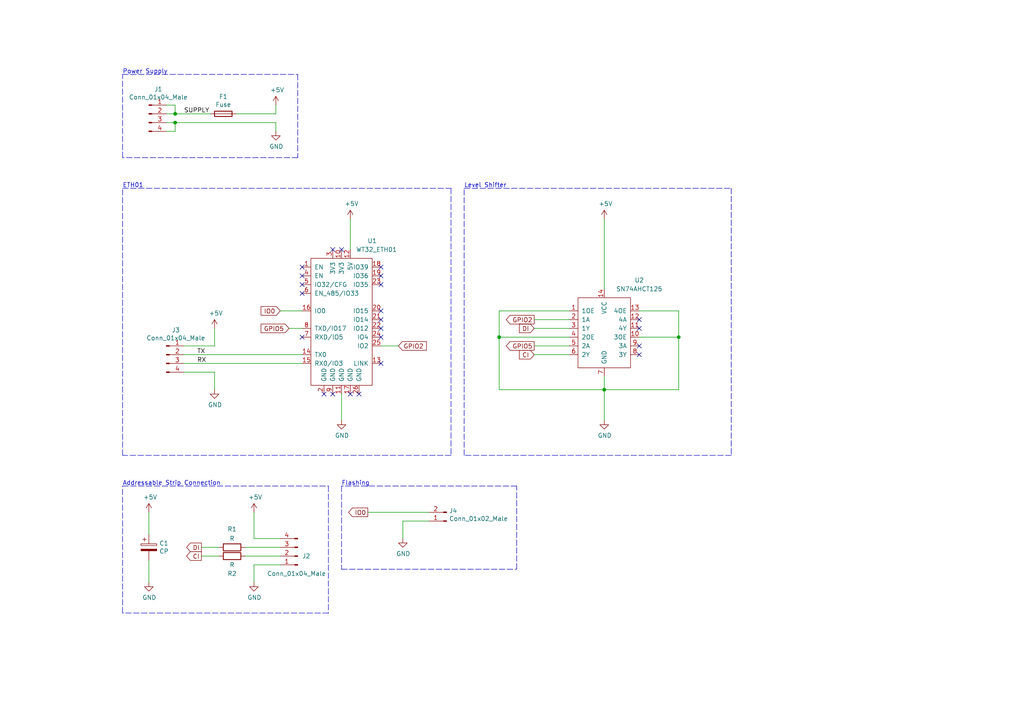
<source format=kicad_sch>
(kicad_sch (version 20211123) (generator eeschema)
  (paper "A4")
  (title_block (title "APA102-Controller Ethernet") (date "2022-05-02") (rev "0.1") (company "haus-automatisierung.com") (comment 1 "https://github.com/klein0r/pcb-ws2812-ethernet-controller") (comment 2 "Original (WS2812 / SK6812) from Matthias Kleine") (comment 3 "Kevin Hertwig"))
  (lib_symbols
    (symbol "Connector:Conn_01x02_Male" (pin_names (offset 1.016) hide)
      (property "Reference" "J" (at 0 2.54 0))
      (property "Value" "Conn_01x02_Male" (at 0 -5.08 0))
      (symbol "Conn_01x02_Male_1_1"
        (polyline (pts (xy 1.27 -2.54) (xy 0.8636 -2.54)) (stroke (width 0.1524)))
        (polyline (pts (xy 1.27 0) (xy 0.8636 0)) (stroke (width 0.1524)))
        (rectangle (start 0.8636 -2.413) (end 0 -2.667) (stroke (width 0.1524)) (fill (type outline)))
        (rectangle (start 0.8636 0.127) (end 0 -0.127) (stroke (width 0.1524)) (fill (type outline)))
        (pin passive line (at 5.08 0 180) (length 3.81) (name "Pin_1") (number "1"))
        (pin passive line (at 5.08 -2.54 180) (length 3.81) (name "Pin_2") (number "2"))
      )
    )
    (symbol "Connector:Conn_01x04_Male" (pin_names (offset 1.016) hide)
      (property "Reference" "J" (at 0 5.08 0))
      (property "Value" "Conn_01x04_Male" (at 0 -7.62 0))
      (symbol "Conn_01x04_Male_1_1"
        (polyline (pts (xy 1.27 -5.08) (xy 0.8636 -5.08)) (stroke (width 0.1524)))
        (polyline (pts (xy 1.27 -2.54) (xy 0.8636 -2.54)) (stroke (width 0.1524)))
        (polyline (pts (xy 1.27 0) (xy 0.8636 0)) (stroke (width 0.1524)))
        (polyline (pts (xy 1.27 2.54) (xy 0.8636 2.54)) (stroke (width 0.1524)))
        (rectangle (start 0.8636 -4.953) (end 0 -5.207) (stroke (width 0.1524)) (fill (type outline)))
        (rectangle (start 0.8636 -2.413) (end 0 -2.667) (stroke (width 0.1524)) (fill (type outline)))
        (rectangle (start 0.8636 0.127) (end 0 -0.127) (stroke (width 0.1524)) (fill (type outline)))
        (rectangle (start 0.8636 2.667) (end 0 2.413) (stroke (width 0.1524)) (fill (type outline)))
        (pin passive line (at 5.08 2.54 180) (length 3.81) (name "Pin_1") (number "1"))
        (pin passive line (at 5.08 0 180) (length 3.81) (name "Pin_2") (number "2"))
        (pin passive line (at 5.08 -2.54 180) (length 3.81) (name "Pin_3") (number "3"))
        (pin passive line (at 5.08 -5.08 180) (length 3.81) (name "Pin_4") (number "4"))
      )
    )
    (symbol "Device:CP" (pin_numbers hide) (pin_names (offset 0.254))
      (property "Reference" "C" (at 0.635 2.54 0))
      (property "Value" "Device_CP" (at 0.635 -2.54 0))
      (symbol "CP_0_1"
        (rectangle (start -2.286 0.508) (end 2.286 1.016))
        (polyline (pts (xy -1.778 2.286) (xy -0.762 2.286)))
        (polyline (pts (xy -1.27 2.794) (xy -1.27 1.778)))
        (rectangle (start 2.286 -0.508) (end -2.286 -1.016) (fill (type outline)))
      )
      (symbol "CP_1_1"
        (pin passive line (at 0 3.81 270) (length 2.794) (name "~") (number "1"))
        (pin passive line (at 0 -3.81 90) (length 2.794) (name "~") (number "2"))
      )
    )
    (symbol "Device:Fuse" (pin_numbers hide) (pin_names (offset 0))
      (property "Reference" "F" (at 2.032 0 90))
      (property "Value" "Fuse" (at -1.905 0 90))
      (symbol "Fuse_0_1"
        (rectangle (start -0.762 -2.54) (end 0.762 2.54) (stroke (width 0.254)))
        (polyline (pts (xy 0 2.54) (xy 0 -2.54)))
      )
      (symbol "Fuse_1_1"
        (pin passive line (at 0 3.81 270) (length 1.27) (name "~") (number "1"))
        (pin passive line (at 0 -3.81 90) (length 1.27) (name "~") (number "2"))
      )
    )
    (symbol "Device:R" (pin_numbers hide) (pin_names (offset 0))
      (property "Reference" "R" (at 2.032 0 90))
      (property "Value" "R" (at 0 0 90))
      (symbol "R_0_1"
        (rectangle (start -1.016 -2.54) (end 1.016 2.54) (stroke (width 0.254)))
      )
      (symbol "R_1_1"
        (pin passive line (at 0 3.81 270) (length 1.27) (name "~") (number "1"))
        (pin passive line (at 0 -3.81 90) (length 1.27) (name "~") (number "2"))
      )
    )
    (symbol "haus-automatisierung:SN74AHCT125" (pin_names (offset 1.016))
      (property "Reference" "U" (at 2.54 -3.81 0))
      (property "Value" "SN74AHCT125" (at 2.54 -6.35 0))
      (symbol "SN74AHCT125_0_1"
        (rectangle (start -7.62 -7.62) (end 7.62 -27.94))
      )
      (symbol "SN74AHCT125_1_1"
        (pin input line (at -10.16 -11.43 0) (length 2.54) (name "1OE") (number "1"))
        (pin input line (at 10.16 -19.05 180) (length 2.54) (name "3OE") (number "10"))
        (pin output line (at 10.16 -16.51 180) (length 2.54) (name "4Y") (number "11"))
        (pin input line (at 10.16 -13.97 180) (length 2.54) (name "4A") (number "12"))
        (pin input line (at 10.16 -11.43 180) (length 2.54) (name "4OE") (number "13"))
        (pin input line (at 0 -5.08 270) (length 2.54) (name "VCC") (number "14"))
        (pin input line (at -10.16 -13.97 0) (length 2.54) (name "1A") (number "2"))
        (pin output line (at -10.16 -16.51 0) (length 2.54) (name "1Y") (number "3"))
        (pin input line (at -10.16 -19.05 0) (length 2.54) (name "2OE") (number "4"))
        (pin input line (at -10.16 -21.59 0) (length 2.54) (name "2A") (number "5"))
        (pin output line (at -10.16 -24.13 0) (length 2.54) (name "2Y") (number "6"))
        (pin input line (at 0 -30.48 90) (length 2.54) (name "GND") (number "7"))
        (pin output line (at 10.16 -24.13 180) (length 2.54) (name "3Y") (number "8"))
        (pin input line (at 10.16 -21.59 180) (length 2.54) (name "3A") (number "9"))
      )
    )
    (symbol "haus-automatisierung:WT32_ETH01" (pin_names (offset 1.016))
      (property "Reference" "U" (at 5.08 -1.27 0))
      (property "Value" "WT32_ETH01" (at 5.08 -3.81 0))
      (symbol "WT32_ETH01_0_1"
        (rectangle (start -8.89 -6.35) (end 8.89 -43.18))
      )
      (symbol "WT32_ETH01_1_1"
        (pin input line (at -11.43 -8.89 0) (length 2.54) (name "EN") (number "1"))
        (pin power_in line (at 0 -3.81 270) (length 2.54) (name "3V3") (number "10"))
        (pin power_in line (at 0 -45.72 90) (length 2.54) (name "GND") (number "11"))
        (pin power_in line (at 2.54 -3.81 270) (length 2.54) (name "5V") (number "12"))
        (pin output line (at 11.43 -36.83 180) (length 2.54) (name "LINK") (number "13"))
        (pin input line (at -11.43 -34.29 0) (length 2.54) (name "TX0") (number "14"))
        (pin input line (at -11.43 -36.83 0) (length 2.54) (name "RX0/IO3") (number "15"))
        (pin input line (at -11.43 -21.59 0) (length 2.54) (name "IO0") (number "16"))
        (pin input line (at 2.54 -45.72 90) (length 2.54) (name "GND") (number "17"))
        (pin input line (at 11.43 -8.89 180) (length 2.54) (name "IO39") (number "18"))
        (pin input line (at 11.43 -11.43 180) (length 2.54) (name "IO36") (number "19"))
        (pin power_in line (at -5.08 -45.72 90) (length 2.54) (name "GND") (number "2"))
        (pin bidirectional line (at 11.43 -21.59 180) (length 2.54) (name "IO15") (number "20"))
        (pin bidirectional line (at 11.43 -24.13 180) (length 2.54) (name "IO14") (number "21"))
        (pin bidirectional line (at 11.43 -26.67 180) (length 2.54) (name "IO12") (number "22"))
        (pin input line (at 11.43 -13.97 180) (length 2.54) (name "IO35") (number "23"))
        (pin bidirectional line (at 11.43 -29.21 180) (length 2.54) (name "IO4") (number "24"))
        (pin bidirectional line (at 11.43 -31.75 180) (length 2.54) (name "IO2") (number "25"))
        (pin input line (at 5.08 -45.72 90) (length 2.54) (name "GND") (number "26"))
        (pin power_in line (at -2.54 -3.81 270) (length 2.54) (name "3V3") (number "3"))
        (pin input line (at -11.43 -11.43 0) (length 2.54) (name "EN") (number "4"))
        (pin input line (at -11.43 -13.97 0) (length 2.54) (name "IO32/CFG") (number "5"))
        (pin input line (at -11.43 -16.51 0) (length 2.54) (name "EN_485/IO33") (number "6"))
        (pin input line (at -11.43 -29.21 0) (length 2.54) (name "RXD/IO5") (number "7"))
        (pin input line (at -11.43 -26.67 0) (length 2.54) (name "TXD/IO17") (number "8"))
        (pin power_in line (at -2.54 -45.72 90) (length 2.54) (name "GND") (number "9"))
      )
    )
    (symbol "power:+5V" (power) (pin_names (offset 0))
      (property "Value" "+5V" (at 0 3.556 0))
      (symbol "+5V_0_1"
        (polyline (pts (xy -0.762 1.27) (xy 0 2.54)))
        (polyline (pts (xy 0 0) (xy 0 2.54)))
        (polyline (pts (xy 0 2.54) (xy 0.762 1.27)))
      )
      (symbol "+5V_1_1"
        (pin power_in line (at 0 0 90) (length 0) hide (name "+5V") (number "1"))
      )
    )
    (symbol "power:GND" (power) (pin_names (offset 0))
      (property "Value" "GND" (at 0 -3.81 0))
      (symbol "GND_0_1"
        (polyline (pts (xy 0 0) (xy 0 -1.27) (xy 1.27 -1.27) (xy 0 -2.54) (xy -1.27 -1.27) (xy 0 -1.27)))
      )
      (symbol "GND_1_1"
        (pin power_in line (at 0 0 270) (length 0) hide (name "GND") (number "1"))
      )
    )
  )
  (junction (at 144.78 97.79))
  (junction (at 175.26 113.03))
  (junction (at 50.8 35.56))
  (junction (at 50.8 33.02))
  (junction (at 196.85 97.79))
  (no_connect (at 110.49 97.79))
  (no_connect (at 93.98 114.3))
  (no_connect (at 110.49 95.25))
  (no_connect (at 96.52 114.3))
  (no_connect (at 87.63 82.55))
  (no_connect (at 110.49 105.41))
  (no_connect (at 87.63 77.47))
  (no_connect (at 110.49 92.71))
  (no_connect (at 110.49 77.47))
  (no_connect (at 110.49 82.55))
  (no_connect (at 101.6 114.3))
  (no_connect (at 87.63 80.01))
  (no_connect (at 185.42 100.33))
  (no_connect (at 110.49 90.17))
  (no_connect (at 185.42 92.71))
  (no_connect (at 104.14 114.3))
  (no_connect (at 185.42 95.25))
  (no_connect (at 110.49 80.01))
  (no_connect (at 87.63 97.79))
  (no_connect (at 87.63 85.09))
  (no_connect (at 96.52 72.39))
  (no_connect (at 185.42 102.87))
  (no_connect (at 99.06 72.39))
  (wire (pts (xy 83.82 95.25) (xy 87.63 95.25)))
  (wire (pts (xy 53.34 107.95) (xy 62.23 107.95)))
  (polyline (pts (xy 95.25 177.8) (xy 35.56 177.8)))
  (wire (pts (xy 101.6 63.5) (xy 101.6 72.39)))
  (polyline (pts (xy 134.62 54.61) (xy 212.09 54.61)))
  (wire (pts (xy 144.78 90.17) (xy 144.78 97.79)))
  (polyline (pts (xy 95.25 140.97) (xy 95.25 177.8)))
  (wire (pts (xy 50.8 33.02) (xy 60.96 33.02)))
  (wire (pts (xy 81.28 163.83) (xy 73.66 163.83)))
  (wire (pts (xy 154.94 95.25) (xy 165.1 95.25)))
  (wire (pts (xy 58.42 161.29) (xy 63.5 161.29)))
  (wire (pts (xy 80.01 33.02) (xy 80.01 30.48)))
  (wire (pts (xy 116.84 151.13) (xy 116.84 156.21)))
  (wire (pts (xy 154.94 102.87) (xy 165.1 102.87)))
  (wire (pts (xy 175.26 113.03) (xy 175.26 109.22)))
  (wire (pts (xy 50.8 30.48) (xy 50.8 33.02)))
  (wire (pts (xy 165.1 97.79) (xy 144.78 97.79)))
  (wire (pts (xy 196.85 113.03) (xy 175.26 113.03)))
  (wire (pts (xy 71.12 161.29) (xy 81.28 161.29)))
  (wire (pts (xy 58.42 158.75) (xy 63.5 158.75)))
  (wire (pts (xy 48.26 33.02) (xy 50.8 33.02)))
  (wire (pts (xy 196.85 90.17) (xy 196.85 97.79)))
  (polyline (pts (xy 99.06 140.97) (xy 99.06 165.1)))
  (wire (pts (xy 62.23 100.33) (xy 53.34 100.33)))
  (polyline (pts (xy 130.81 132.08) (xy 35.56 132.08)))
  (wire (pts (xy 175.26 121.92) (xy 175.26 113.03)))
  (polyline (pts (xy 35.56 21.59) (xy 86.36 21.59)))
  (wire (pts (xy 175.26 63.5) (xy 175.26 83.82)))
  (polyline (pts (xy 35.56 45.72) (xy 35.56 21.59)))
  (wire (pts (xy 196.85 97.79) (xy 196.85 113.03)))
  (polyline (pts (xy 134.62 132.08) (xy 134.62 54.61)))
  (wire (pts (xy 81.28 90.17) (xy 87.63 90.17)))
  (wire (pts (xy 165.1 90.17) (xy 144.78 90.17)))
  (wire (pts (xy 124.46 151.13) (xy 116.84 151.13)))
  (polyline (pts (xy 35.56 140.97) (xy 95.25 140.97)))
  (wire (pts (xy 48.26 30.48) (xy 50.8 30.48)))
  (wire (pts (xy 154.94 100.33) (xy 165.1 100.33)))
  (wire (pts (xy 50.8 38.1) (xy 50.8 35.56)))
  (wire (pts (xy 62.23 95.25) (xy 62.23 100.33)))
  (polyline (pts (xy 149.86 165.1) (xy 149.86 140.97)))
  (wire (pts (xy 73.66 148.59) (xy 73.66 156.21)))
  (wire (pts (xy 144.78 113.03) (xy 175.26 113.03)))
  (wire (pts (xy 73.66 156.21) (xy 81.28 156.21)))
  (wire (pts (xy 48.26 38.1) (xy 50.8 38.1)))
  (polyline (pts (xy 35.56 54.61) (xy 130.81 54.61)))
  (wire (pts (xy 99.06 114.3) (xy 99.06 121.92)))
  (polyline (pts (xy 35.56 132.08) (xy 35.56 54.61)))
  (wire (pts (xy 48.26 35.56) (xy 50.8 35.56)))
  (wire (pts (xy 68.58 33.02) (xy 80.01 33.02)))
  (wire (pts (xy 62.23 107.95) (xy 62.23 113.03)))
  (wire (pts (xy 43.18 162.56) (xy 43.18 168.91)))
  (polyline (pts (xy 99.06 165.1) (xy 149.86 165.1)))
  (wire (pts (xy 144.78 97.79) (xy 144.78 113.03)))
  (wire (pts (xy 53.34 102.87) (xy 87.63 102.87)))
  (wire (pts (xy 43.18 154.94) (xy 43.18 148.59)))
  (polyline (pts (xy 149.86 140.97) (xy 99.06 140.97)))
  (wire (pts (xy 73.66 163.83) (xy 73.66 168.91)))
  (polyline (pts (xy 212.09 54.61) (xy 212.09 132.08)))
  (wire (pts (xy 185.42 97.79) (xy 196.85 97.79)))
  (polyline (pts (xy 86.36 45.72) (xy 35.56 45.72)))
  (wire (pts (xy 124.46 148.59) (xy 106.68 148.59)))
  (polyline (pts (xy 212.09 132.08) (xy 134.62 132.08)))
  (polyline (pts (xy 86.36 21.59) (xy 86.36 45.72)))
  (wire (pts (xy 50.8 35.56) (xy 80.01 35.56)))
  (wire (pts (xy 71.12 158.75) (xy 81.28 158.75)))
  (wire (pts (xy 185.42 90.17) (xy 196.85 90.17)))
  (wire (pts (xy 80.01 35.56) (xy 80.01 38.1)))
  (wire (pts (xy 154.94 92.71) (xy 165.1 92.71)))
  (wire (pts (xy 53.34 105.41) (xy 87.63 105.41)))
  (polyline (pts (xy 130.81 54.61) (xy 130.81 132.08)))
  (wire (pts (xy 110.49 100.33) (xy 115.57 100.33)))
  (polyline (pts (xy 35.56 177.8) (xy 35.56 140.97)))
  (text "Addressable Strip Connection" (at 35.56 140.97 0) (effects (font (size 1.27 1.27)) (justify left bottom)))
  (text "Power Supply" (at 35.56 21.59 0) (effects (font (size 1.27 1.27)) (justify left bottom)))
  (text "ETH01" (at 35.56 54.61 0) (effects (font (size 1.27 1.27)) (justify left bottom)))
  (text "Flashing" (at 99.06 140.97 0) (effects (font (size 1.27 1.27)) (justify left bottom)))
  (text "Level Shifter" (at 134.62 54.61 0) (effects (font (size 1.27 1.27)) (justify left bottom)))
  (label "RX" (at 57.15 105.41 0))
  (label "TX" (at 57.15 102.87 0))
  (label "SUPPLY" (at 53.34 33.02 0))
  (global_label "GPIO2" (shape input) (at 115.57 100.33 0) (property "Intersheet References" "${INTERSHEET_REFS}" (effects hide)))
  (global_label "DI" (shape input) (at 154.94 95.25 180) (property "Intersheet References" "${INTERSHEET_REFS}" (effects hide)))
  (global_label "IO0" (shape output) (at 106.68 148.59 180) (property "Intersheet References" "${INTERSHEET_REFS}" (effects hide)))
  (global_label "CI" (shape input) (at 154.94 102.87 180) (property "Intersheet References" "${INTERSHEET_REFS}" (effects hide)))
  (global_label "GPIO5" (shape input) (at 83.82 95.25 180) (property "Intersheet References" "${INTERSHEET_REFS}" (effects hide)))
  (global_label "DI" (shape output) (at 58.42 158.75 180) (property "Intersheet References" "${INTERSHEET_REFS}" (effects hide)))
  (global_label "IO0" (shape input) (at 81.28 90.17 180) (property "Intersheet References" "${INTERSHEET_REFS}" (effects hide)))
  (global_label "CI" (shape output) (at 58.42 161.29 180) (property "Intersheet References" "${INTERSHEET_REFS}" (effects hide)))
  (global_label "GPIO5" (shape output) (at 154.94 100.33 180) (property "Intersheet References" "${INTERSHEET_REFS}" (effects hide)))
  (global_label "GPIO2" (shape output) (at 154.94 92.71 180) (property "Intersheet References" "${INTERSHEET_REFS}" (effects hide)))
  (symbol (lib_id "power:GND") (at 80.01 38.1 0) (unit 1)
    (property "Reference" "#PWR04" (effects hide))
    (property "Value" "GND" (at 80.137 42.4942 0))
  )
  (symbol (lib_id "power:+5V") (at 80.01 30.48 0) (unit 1)
    (property "Reference" "#PWR03" (effects hide))
    (property "Value" "+5V" (at 80.391 26.0858 0))
  )
  (symbol (lib_id "haus-automatisierung:WT32_ETH01") (at 99.06 68.58 0) (unit 1)
    (property "Reference" "U1" (at 107.95 69.85 0))
    (property "Value" "WT32_ETH01" (at 109.22 72.39 0))
    (property "Footprint" "haus-automatisierung:WT32_ETH01" (effects hide))
    (property "Datasheet" "http://www.wireless-tag.com/wp-content/uploads/2020/08/WT32-ETH01%E8%A7%84%E6%A0%BC%E4%B9%A6V1.2EN%EF%BC%88%E8%8B%B1%E6%96%87%EF%BC%89.pdf" (effects hide))
  )
  (symbol (lib_id "Device:R") (at 67.31 158.75 270) (unit 1)
    (property "Reference" "R1" (at 67.31 153.4922 90))
    (property "Value" "R" (at 67.31 156.21 90))
    (property "Footprint" "Resistor_SMD:R_0805_2012Metric_Pad1.20x1.40mm_HandSolder" (effects hide))
  )
  (symbol (lib_id "power:GND") (at 73.66 168.91 0) (unit 1)
    (property "Reference" "#PWR06" (effects hide))
    (property "Value" "GND" (at 73.787 173.3042 0))
  )
  (symbol (lib_id "power:+5V") (at 73.66 148.59 0) (unit 1)
    (property "Reference" "#PWR05" (effects hide))
    (property "Value" "+5V" (at 74.041 144.1958 0))
  )
  (symbol (lib_id "power:+5V") (at 43.18 148.59 0) (unit 1)
    (property "Reference" "#PWR01" (effects hide))
    (property "Value" "+5V" (at 43.561 144.1958 0))
  )
  (symbol (lib_id "power:GND") (at 43.18 168.91 0) (unit 1)
    (property "Reference" "#PWR02" (effects hide))
    (property "Value" "GND" (at 43.307 173.3042 0))
  )
  (symbol (lib_id "Device:CP") (at 43.18 158.75 0) (unit 1)
    (property "Reference" "C1" (at 46.1772 157.5816 0) (effects (justify left)))
    (property "Value" "CP" (at 46.1772 159.893 0) (effects (justify left)))
    (property "Footprint" "Capacitor_THT:CP_Radial_D8.0mm_P3.80mm" (effects hide))
  )
  (symbol (lib_id "Connector:Conn_01x04_Male") (at 43.18 33.02 0) (unit 1)
    (property "Reference" "J1" (at 45.9232 25.8826 0))
    (property "Value" "Conn_01x04_Male" (at 45.9232 28.194 0))
    (property "Footprint" "TerminalBlock_Phoenix:TerminalBlock_Phoenix_MPT-0,5-4-2.54_1x04_P2.54mm_Horizontal" (effects hide))
  )
  (symbol (lib_id "Device:Fuse") (at 64.77 33.02 270) (unit 1)
    (property "Reference" "F1" (at 64.77 28.0162 90))
    (property "Value" "Fuse" (at 64.77 30.3276 90))
    (property "Footprint" "halibs:Fuse-PTF75_Stelvio" (effects hide))
  )
  (symbol (lib_id "power:+5V") (at 101.6 63.5 0) (unit 1)
    (property "Reference" "#PWR08" (effects hide))
    (property "Value" "+5V" (at 101.981 59.1058 0))
  )
  (symbol (lib_id "power:GND") (at 99.06 121.92 0) (unit 1)
    (property "Reference" "#PWR07" (effects hide))
    (property "Value" "GND" (at 99.187 126.3142 0))
  )
  (symbol (lib_id "Connector:Conn_01x04_Male") (at 48.26 102.87 0) (unit 1)
    (property "Reference" "J3" (at 51.0032 95.7326 0))
    (property "Value" "Conn_01x04_Male" (at 51.0032 98.044 0))
    (property "Footprint" "Connector_PinHeader_2.54mm:PinHeader_1x04_P2.54mm_Vertical" (effects hide))
  )
  (symbol (lib_id "power:+5V") (at 62.23 95.25 0) (unit 1)
    (property "Reference" "#PWR09" (effects hide))
    (property "Value" "+5V" (at 62.611 90.8558 0))
  )
  (symbol (lib_id "power:GND") (at 62.23 113.03 0) (unit 1)
    (property "Reference" "#PWR010" (effects hide))
    (property "Value" "GND" (at 62.357 117.4242 0))
  )
  (symbol (lib_id "power:GND") (at 116.84 156.21 0) (unit 1)
    (property "Reference" "#PWR011" (effects hide))
    (property "Value" "GND" (at 116.967 160.6042 0))
  )
  (symbol (lib_id "Connector:Conn_01x02_Male") (at 129.54 151.13 180) (unit 1)
    (property "Reference" "J4" (at 130.2512 148.1328 0) (effects (justify right)))
    (property "Value" "Conn_01x02_Male" (at 130.2512 150.4442 0) (effects (justify right)))
    (property "Footprint" "Connector_PinHeader_2.54mm:PinHeader_1x02_P2.54mm_Vertical" (effects hide))
  )
  (symbol (lib_id "haus-automatisierung:SN74AHCT125") (at 175.26 78.74 0) (unit 1)
    (property "Reference" "U2" (at 185.42 81.28 0))
    (property "Value" "SN74AHCT125" (at 185.42 83.82 0))
    (property "Footprint" "haus-automatisierung:SN74AHCT125D" (effects hide))
  )
  (symbol (lib_id "power:GND") (at 175.26 121.92 0) (unit 1)
    (property "Reference" "#PWR013" (effects hide))
    (property "Value" "GND" (at 175.387 126.3142 0))
  )
  (symbol (lib_id "power:+5V") (at 175.26 63.5 0) (unit 1)
    (property "Reference" "#PWR012" (effects hide))
    (property "Value" "+5V" (at 175.641 59.1058 0))
  )
  (symbol (lib_id "Device:R") (at 67.31 161.29 270) (unit 1)
    (property "Reference" "R2" (at 67.31 166.37 90))
    (property "Value" "R" (at 67.31 163.83 90))
    (property "Footprint" "Resistor_SMD:R_0805_2012Metric_Pad1.20x1.40mm_HandSolder" (effects hide))
  )
  (symbol (lib_id "Connector:Conn_01x04_Male") (at 86.36 161.29 180) (unit 1)
    (property "Reference" "J2" (at 87.63 161.29 0) (effects (justify right)))
    (property "Value" "Conn_01x04_Male" (at 77.47 166.37 0) (effects (justify right)))
    (property "Footprint" "TerminalBlock_Phoenix:TerminalBlock_Phoenix_MPT-0,5-4-2.54_1x04_P2.54mm_Horizontal" (effects hide))
  )
)
</source>
